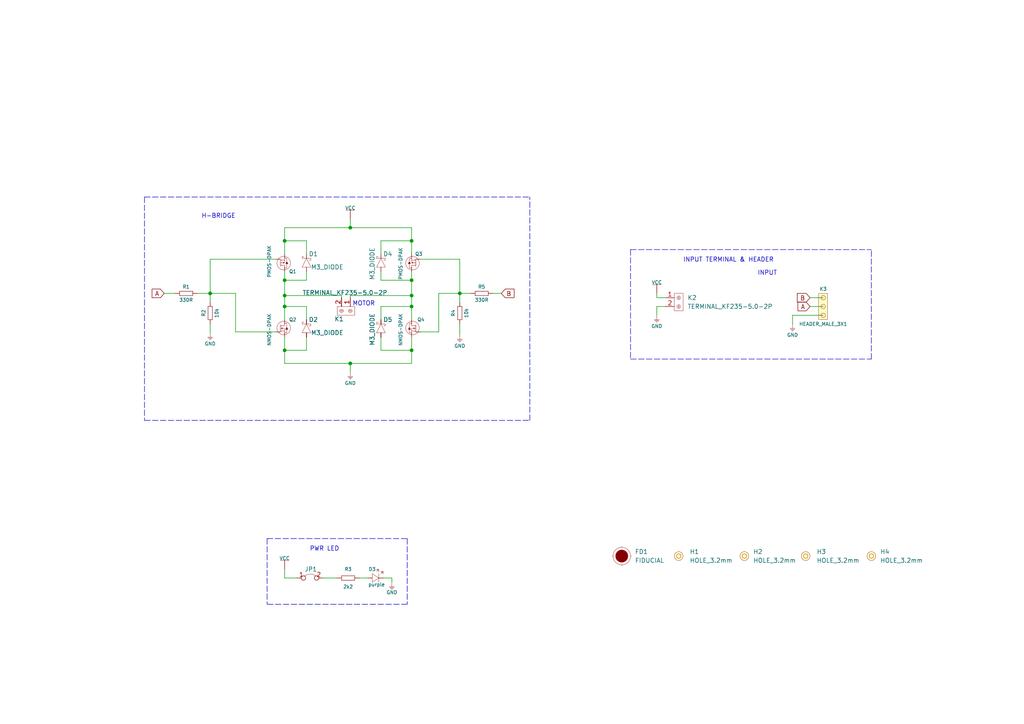
<source format=kicad_sch>
(kicad_sch (version 20210621) (generator eeschema)

  (uuid e0fecac2-6875-42bf-b43c-4412ba4763d1)

  (paper "A4")

  (lib_symbols
    (symbol "e-radionica.com schematics:0402LED" (pin_numbers hide) (pin_names (offset 0.254) hide) (in_bom yes) (on_board yes)
      (property "Reference" "D" (id 0) (at -0.635 2.54 0)
        (effects (font (size 1 1)))
      )
      (property "Value" "0402LED" (id 1) (at 0 -2.54 0)
        (effects (font (size 1 1)))
      )
      (property "Footprint" "e-radionica.com footprinti:0402LED" (id 2) (at 0 5.08 0)
        (effects (font (size 1 1)) hide)
      )
      (property "Datasheet" "" (id 3) (at 0 0 0)
        (effects (font (size 1 1)) hide)
      )
      (symbol "0402LED_0_1"
        (polyline
          (pts
            (xy -0.635 1.27)
            (xy 1.27 0)
          )
          (stroke (width 0.0006)) (fill (type none))
        )
        (polyline
          (pts
            (xy 0.635 1.905)
            (xy 1.27 2.54)
          )
          (stroke (width 0.0006)) (fill (type none))
        )
        (polyline
          (pts
            (xy 1.27 1.27)
            (xy 1.27 -1.27)
          )
          (stroke (width 0.0006)) (fill (type none))
        )
        (polyline
          (pts
            (xy 1.905 1.27)
            (xy 2.54 1.905)
          )
          (stroke (width 0.0006)) (fill (type none))
        )
        (polyline
          (pts
            (xy -0.635 1.27)
            (xy -0.635 -1.27)
            (xy 1.27 0)
          )
          (stroke (width 0.0006)) (fill (type none))
        )
        (polyline
          (pts
            (xy 1.27 2.54)
            (xy 0.635 2.54)
            (xy 1.27 1.905)
            (xy 1.27 2.54)
          )
          (stroke (width 0.0006)) (fill (type none))
        )
        (polyline
          (pts
            (xy 2.54 1.905)
            (xy 1.905 1.905)
            (xy 2.54 1.27)
            (xy 2.54 1.905)
          )
          (stroke (width 0.0006)) (fill (type none))
        )
      )
      (symbol "0402LED_1_1"
        (pin passive line (at -1.905 0 0) (length 1.27)
          (name "A" (effects (font (size 1.27 1.27))))
          (number "1" (effects (font (size 1.27 1.27))))
        )
        (pin passive line (at 2.54 0 180) (length 1.27)
          (name "K" (effects (font (size 1.27 1.27))))
          (number "2" (effects (font (size 1.27 1.27))))
        )
      )
    )
    (symbol "e-radionica.com schematics:0402R" (pin_numbers hide) (pin_names (offset 0.254)) (in_bom yes) (on_board yes)
      (property "Reference" "R" (id 0) (at -1.905 1.27 0)
        (effects (font (size 1 1)))
      )
      (property "Value" "0402R" (id 1) (at 0 -1.27 0)
        (effects (font (size 1 1)))
      )
      (property "Footprint" "e-radionica.com footprinti:0402R" (id 2) (at -2.54 1.905 0)
        (effects (font (size 1 1)) hide)
      )
      (property "Datasheet" "" (id 3) (at -2.54 1.905 0)
        (effects (font (size 1 1)) hide)
      )
      (symbol "0402R_0_1"
        (rectangle (start -1.905 -0.635) (end 1.905 -0.6604)
          (stroke (width 0.1)) (fill (type none))
        )
        (rectangle (start -1.905 0.635) (end -1.8796 -0.635)
          (stroke (width 0.1)) (fill (type none))
        )
        (rectangle (start -1.905 0.635) (end 1.905 0.6096)
          (stroke (width 0.1)) (fill (type none))
        )
        (rectangle (start 1.905 0.635) (end 1.9304 -0.635)
          (stroke (width 0.1)) (fill (type none))
        )
      )
      (symbol "0402R_1_1"
        (pin passive line (at -3.175 0 0) (length 1.27)
          (name "~" (effects (font (size 1.27 1.27))))
          (number "1" (effects (font (size 1.27 1.27))))
        )
        (pin passive line (at 3.175 0 180) (length 1.27)
          (name "~" (effects (font (size 1.27 1.27))))
          (number "2" (effects (font (size 1.27 1.27))))
        )
      )
    )
    (symbol "e-radionica.com schematics:0603R" (pin_numbers hide) (pin_names (offset 0.254)) (in_bom yes) (on_board yes)
      (property "Reference" "R" (id 0) (at -1.905 1.905 0)
        (effects (font (size 1 1)))
      )
      (property "Value" "0603R" (id 1) (at 0 -1.905 0)
        (effects (font (size 1 1)))
      )
      (property "Footprint" "e-radionica.com footprinti:0603R" (id 2) (at -0.635 1.905 0)
        (effects (font (size 1 1)) hide)
      )
      (property "Datasheet" "" (id 3) (at -0.635 1.905 0)
        (effects (font (size 1 1)) hide)
      )
      (symbol "0603R_0_1"
        (rectangle (start -1.905 -0.635) (end 1.905 -0.6604)
          (stroke (width 0.1)) (fill (type none))
        )
        (rectangle (start -1.905 0.635) (end -1.8796 -0.635)
          (stroke (width 0.1)) (fill (type none))
        )
        (rectangle (start -1.905 0.635) (end 1.905 0.6096)
          (stroke (width 0.1)) (fill (type none))
        )
        (rectangle (start 1.905 0.635) (end 1.9304 -0.635)
          (stroke (width 0.1)) (fill (type none))
        )
      )
      (symbol "0603R_1_1"
        (pin passive line (at -3.175 0 0) (length 1.27)
          (name "~" (effects (font (size 1.27 1.27))))
          (number "1" (effects (font (size 1.27 1.27))))
        )
        (pin passive line (at 3.175 0 180) (length 1.27)
          (name "~" (effects (font (size 1.27 1.27))))
          (number "2" (effects (font (size 1.27 1.27))))
        )
      )
    )
    (symbol "e-radionica.com schematics:FIDUCIAL" (in_bom no) (on_board yes)
      (property "Reference" "FD" (id 0) (at 0 3.81 0)
        (effects (font (size 1.27 1.27)))
      )
      (property "Value" "FIDUCIAL" (id 1) (at 0 -3.81 0)
        (effects (font (size 1.27 1.27)))
      )
      (property "Footprint" "e-radionica.com footprinti:FIDUCIAL_23" (id 2) (at 0.254 -5.334 0)
        (effects (font (size 1.27 1.27)) hide)
      )
      (property "Datasheet" "" (id 3) (at 0 0 0)
        (effects (font (size 1.27 1.27)) hide)
      )
      (symbol "FIDUCIAL_0_1"
        (circle (center 0 0) (radius 2.54) (stroke (width 0.0006)) (fill (type none)))
        (circle (center 0 0) (radius 1.7961) (stroke (width 0.001)) (fill (type outline)))
        (polyline
          (pts
            (xy -2.54 0)
            (xy -2.794 0)
          )
          (stroke (width 0.0006)) (fill (type none))
        )
        (polyline
          (pts
            (xy 0 -2.54)
            (xy 0 -2.794)
          )
          (stroke (width 0.0006)) (fill (type none))
        )
        (polyline
          (pts
            (xy 0 2.54)
            (xy 0 2.794)
          )
          (stroke (width 0.0006)) (fill (type none))
        )
        (polyline
          (pts
            (xy 2.54 0)
            (xy 2.794 0)
          )
          (stroke (width 0.0006)) (fill (type none))
        )
      )
    )
    (symbol "e-radionica.com schematics:GND" (power) (pin_names (offset 0)) (in_bom yes) (on_board yes)
      (property "Reference" "#PWR" (id 0) (at 4.445 0 0)
        (effects (font (size 1 1)) hide)
      )
      (property "Value" "GND" (id 1) (at 0 -2.921 0)
        (effects (font (size 1 1)))
      )
      (property "Footprint" "" (id 2) (at 4.445 3.81 0)
        (effects (font (size 1 1)) hide)
      )
      (property "Datasheet" "" (id 3) (at 4.445 3.81 0)
        (effects (font (size 1 1)) hide)
      )
      (property "ki_keywords" "power-flag" (id 4) (at 0 0 0)
        (effects (font (size 1.27 1.27)) hide)
      )
      (property "ki_description" "Power symbol creates a global label with name \"GND\"" (id 5) (at 0 0 0)
        (effects (font (size 1.27 1.27)) hide)
      )
      (symbol "GND_0_1"
        (polyline
          (pts
            (xy -0.762 -1.27)
            (xy 0.762 -1.27)
          )
          (stroke (width 0.0006)) (fill (type none))
        )
        (polyline
          (pts
            (xy -0.635 -1.524)
            (xy 0.635 -1.524)
          )
          (stroke (width 0.0006)) (fill (type none))
        )
        (polyline
          (pts
            (xy -0.381 -1.778)
            (xy 0.381 -1.778)
          )
          (stroke (width 0.0006)) (fill (type none))
        )
        (polyline
          (pts
            (xy -0.127 -2.032)
            (xy 0.127 -2.032)
          )
          (stroke (width 0.0006)) (fill (type none))
        )
        (polyline
          (pts
            (xy 0 0)
            (xy 0 -1.27)
          )
          (stroke (width 0.0006)) (fill (type none))
        )
      )
      (symbol "GND_1_1"
        (pin power_in line (at 0 0 270) (length 0) hide
          (name "GND" (effects (font (size 1.27 1.27))))
          (number "1" (effects (font (size 1.27 1.27))))
        )
      )
    )
    (symbol "e-radionica.com schematics:GND_3" (power) (pin_names (offset 0)) (in_bom yes) (on_board yes)
      (property "Reference" "#PWR" (id 0) (at 4.445 0 0)
        (effects (font (size 1 1)) hide)
      )
      (property "Value" "GND" (id 1) (at 0 -2.921 0)
        (effects (font (size 1 1)))
      )
      (property "Footprint" "" (id 2) (at 4.445 3.81 0)
        (effects (font (size 1 1)) hide)
      )
      (property "Datasheet" "" (id 3) (at 4.445 3.81 0)
        (effects (font (size 1 1)) hide)
      )
      (property "ki_keywords" "power-flag" (id 4) (at 0 0 0)
        (effects (font (size 1.27 1.27)) hide)
      )
      (property "ki_description" "Power symbol creates a global label with name \"+3V3\"" (id 5) (at 0 0 0)
        (effects (font (size 1.27 1.27)) hide)
      )
      (symbol "GND_3_0_1"
        (polyline
          (pts
            (xy -0.762 -1.27)
            (xy 0.762 -1.27)
          )
          (stroke (width 0.0006)) (fill (type none))
        )
        (polyline
          (pts
            (xy -0.635 -1.524)
            (xy 0.635 -1.524)
          )
          (stroke (width 0.0006)) (fill (type none))
        )
        (polyline
          (pts
            (xy -0.381 -1.778)
            (xy 0.381 -1.778)
          )
          (stroke (width 0.0006)) (fill (type none))
        )
        (polyline
          (pts
            (xy -0.127 -2.032)
            (xy 0.127 -2.032)
          )
          (stroke (width 0.0006)) (fill (type none))
        )
        (polyline
          (pts
            (xy 0 0)
            (xy 0 -1.27)
          )
          (stroke (width 0.0006)) (fill (type none))
        )
      )
      (symbol "GND_3_1_1"
        (pin power_in line (at 0 0 270) (length 0) hide
          (name "GND" (effects (font (size 1.27 1.27))))
          (number "1" (effects (font (size 1.27 1.27))))
        )
      )
    )
    (symbol "e-radionica.com schematics:HEADER_MALE_3X1" (pin_numbers hide) (pin_names hide) (in_bom yes) (on_board yes)
      (property "Reference" "K" (id 0) (at -0.635 5.08 0)
        (effects (font (size 1 1)))
      )
      (property "Value" "HEADER_MALE_3X1" (id 1) (at 0 -5.08 0)
        (effects (font (size 1 1)))
      )
      (property "Footprint" "e-radionica.com footprinti:HEADER_MALE_3X1" (id 2) (at 0 -7.62 0)
        (effects (font (size 1 1)) hide)
      )
      (property "Datasheet" "" (id 3) (at 0 -2.54 0)
        (effects (font (size 1 1)) hide)
      )
      (symbol "HEADER_MALE_3X1_0_1"
        (circle (center 0 -2.54) (radius 0.635) (stroke (width 0.0006)) (fill (type none)))
        (circle (center 0 0) (radius 0.635) (stroke (width 0.0006)) (fill (type none)))
        (circle (center 0 2.54) (radius 0.635) (stroke (width 0.0006)) (fill (type none)))
        (rectangle (start 1.27 -3.81) (end -1.27 3.81)
          (stroke (width 0.001)) (fill (type background))
        )
      )
      (symbol "HEADER_MALE_3X1_1_1"
        (pin passive line (at 0 -2.54 180) (length 0)
          (name "~" (effects (font (size 1 1))))
          (number "1" (effects (font (size 1 1))))
        )
        (pin passive line (at 0 0 180) (length 0)
          (name "~" (effects (font (size 1 1))))
          (number "2" (effects (font (size 1 1))))
        )
        (pin passive line (at 0 2.54 180) (length 0)
          (name "~" (effects (font (size 1 1))))
          (number "3" (effects (font (size 1 1))))
        )
      )
    )
    (symbol "e-radionica.com schematics:HOLE_3.2mm" (pin_numbers hide) (pin_names hide) (in_bom yes) (on_board yes)
      (property "Reference" "H" (id 0) (at 0 2.54 0)
        (effects (font (size 1.27 1.27)))
      )
      (property "Value" "HOLE_3.2mm" (id 1) (at 0 -2.54 0)
        (effects (font (size 1.27 1.27)))
      )
      (property "Footprint" "e-radionica.com footprinti:HOLE_3.2mm" (id 2) (at 0 0 0)
        (effects (font (size 1.27 1.27)) hide)
      )
      (property "Datasheet" "" (id 3) (at 0 0 0)
        (effects (font (size 1.27 1.27)) hide)
      )
      (symbol "HOLE_3.2mm_0_1"
        (circle (center 0 0) (radius 0.635) (stroke (width 0.0006)) (fill (type none)))
        (circle (center 0 0) (radius 1.27) (stroke (width 0.001)) (fill (type background)))
      )
    )
    (symbol "e-radionica.com schematics:M3_DIODE" (pin_numbers hide) (pin_names hide) (in_bom yes) (on_board yes)
      (property "Reference" "D" (id 0) (at 0 2.54 0)
        (effects (font (size 1.27 1.27)))
      )
      (property "Value" "M3_DIODE" (id 1) (at 0 -3.302 0)
        (effects (font (size 1.27 1.27)))
      )
      (property "Footprint" "e-radionica.com footprinti:DO-214_DIODE" (id 2) (at 0 -5.08 0)
        (effects (font (size 1.27 1.27)) hide)
      )
      (property "Datasheet" "" (id 3) (at 0 0 0)
        (effects (font (size 1.27 1.27)) hide)
      )
      (property "ki_keywords" "M3 DIODE DO-214 214" (id 4) (at 0 0 0)
        (effects (font (size 1.27 1.27)) hide)
      )
      (symbol "M3_DIODE_0_1"
        (polyline
          (pts
            (xy -1.27 1.27)
            (xy -1.27 -1.27)
            (xy 1.27 0)
            (xy -1.27 1.27)
          )
          (stroke (width 0.0006)) (fill (type none))
        )
        (polyline
          (pts
            (xy 1.27 1.27)
            (xy 1.27 -1.27)
            (xy 0.762 -1.27)
            (xy 0.762 -0.762)
          )
          (stroke (width 0.0006)) (fill (type none))
        )
        (polyline
          (pts
            (xy 1.27 1.27)
            (xy 1.778 1.27)
            (xy 1.778 0.762)
            (xy 1.778 1.016)
          )
          (stroke (width 0.0006)) (fill (type none))
        )
      )
      (symbol "M3_DIODE_1_1"
        (pin passive line (at -2.54 0 0) (length 1.27)
          (name "A" (effects (font (size 1 1))))
          (number "1" (effects (font (size 1 1))))
        )
        (pin passive line (at 2.54 0 180) (length 1.27)
          (name "K" (effects (font (size 1 1))))
          (number "2" (effects (font (size 1 1))))
        )
      )
    )
    (symbol "e-radionica.com schematics:NMOS-DPAK" (pin_numbers hide) (pin_names hide) (in_bom yes) (on_board yes)
      (property "Reference" "Q" (id 0) (at -1.143 2.921 0)
        (effects (font (size 1 1)))
      )
      (property "Value" "NMOS-DPAK" (id 1) (at 1.524 -3.937 0)
        (effects (font (size 1 1)))
      )
      (property "Footprint" "e-radionica.com footprinti:DPAK" (id 2) (at 0 -6.35 0)
        (effects (font (size 1 1)) hide)
      )
      (property "Datasheet" "" (id 3) (at 0 0 0)
        (effects (font (size 1 1)) hide)
      )
      (property "ki_keywords" "DPAK TO-252 252" (id 4) (at 0 0 0)
        (effects (font (size 1.27 1.27)) hide)
      )
      (property "ki_description" "Generic N-MOS DPAK" (id 5) (at 0 0 0)
        (effects (font (size 1.27 1.27)) hide)
      )
      (symbol "NMOS-DPAK_0_1"
        (circle (center 1.016 0.127) (radius 1.9716) (stroke (width 0.0006)) (fill (type none)))
        (polyline
          (pts
            (xy 0 -1.016)
            (xy 0 1.016)
          )
          (stroke (width 0.0006)) (fill (type none))
        )
        (polyline
          (pts
            (xy 0.254 -1.016)
            (xy 0.254 -0.508)
          )
          (stroke (width 0.0006)) (fill (type none))
        )
        (polyline
          (pts
            (xy 0.254 -0.762)
            (xy 1.27 -0.762)
          )
          (stroke (width 0.0006)) (fill (type none))
        )
        (polyline
          (pts
            (xy 0.254 -0.254)
            (xy 0.254 0.254)
          )
          (stroke (width 0.0006)) (fill (type none))
        )
        (polyline
          (pts
            (xy 0.254 0.762)
            (xy 1.27 0.762)
          )
          (stroke (width 0.0006)) (fill (type none))
        )
        (polyline
          (pts
            (xy 0.254 1.016)
            (xy 0.254 0.508)
          )
          (stroke (width 0.0006)) (fill (type none))
        )
        (polyline
          (pts
            (xy 1.27 -1.27)
            (xy 1.27 -0.762)
          )
          (stroke (width 0.0006)) (fill (type none))
        )
        (polyline
          (pts
            (xy 1.27 0.762)
            (xy 1.27 1.27)
          )
          (stroke (width 0.0006)) (fill (type none))
        )
        (polyline
          (pts
            (xy 1.651 -0.254)
            (xy 1.905 0.127)
          )
          (stroke (width 0.2)) (fill (type none))
        )
        (polyline
          (pts
            (xy 1.651 0.127)
            (xy 2.159 0.127)
          )
          (stroke (width 0.0006)) (fill (type none))
        )
        (polyline
          (pts
            (xy 0.254 0)
            (xy 1.27 0)
            (xy 1.27 -0.762)
          )
          (stroke (width 0.0006)) (fill (type none))
        )
        (polyline
          (pts
            (xy 1.651 -0.254)
            (xy 2.159 -0.254)
            (xy 1.905 0.127)
          )
          (stroke (width 0.2)) (fill (type none))
        )
        (polyline
          (pts
            (xy 0.381 0)
            (xy 0.635 0.254)
            (xy 0.635 -0.254)
            (xy 0.381 0)
          )
          (stroke (width 0.0006)) (fill (type none))
        )
        (polyline
          (pts
            (xy 1.27 -1.27)
            (xy 1.905 -1.27)
            (xy 1.905 1.524)
            (xy 1.27 1.524)
          )
          (stroke (width 0.0006)) (fill (type none))
        )
      )
      (symbol "NMOS-DPAK_1_1"
        (pin passive line (at -1.27 -1.016 0) (length 1.27)
          (name "G" (effects (font (size 1 1))))
          (number "1" (effects (font (size 1 1))))
        )
        (pin passive line (at 1.27 2.54 270) (length 1.27)
          (name "D" (effects (font (size 1 1))))
          (number "2" (effects (font (size 1 1))))
        )
        (pin passive line (at 1.27 -2.54 90) (length 1.27)
          (name "S" (effects (font (size 1 1))))
          (number "3" (effects (font (size 1 1))))
        )
      )
    )
    (symbol "e-radionica.com schematics:NMOS-DPAK_1" (pin_numbers hide) (pin_names hide) (in_bom yes) (on_board yes)
      (property "Reference" "Q" (id 0) (at -1.143 2.921 0)
        (effects (font (size 1 1)))
      )
      (property "Value" "NMOS-DPAK" (id 1) (at 1.524 -3.937 0)
        (effects (font (size 1 1)))
      )
      (property "Footprint" "e-radionica.com footprinti:DPAK" (id 2) (at 0 -6.35 0)
        (effects (font (size 1 1)) hide)
      )
      (property "Datasheet" "" (id 3) (at 0 0 0)
        (effects (font (size 1 1)) hide)
      )
      (property "ki_keywords" "DPAK TO-252 252" (id 4) (at 0 0 0)
        (effects (font (size 1.27 1.27)) hide)
      )
      (property "ki_description" "Generic N-MOS DPAK" (id 5) (at 0 0 0)
        (effects (font (size 1.27 1.27)) hide)
      )
      (symbol "NMOS-DPAK_1_0_1"
        (circle (center 1.016 0.127) (radius 1.9716) (stroke (width 0.0006)) (fill (type none)))
        (polyline
          (pts
            (xy 0 -1.016)
            (xy 0 1.016)
          )
          (stroke (width 0.0006)) (fill (type none))
        )
        (polyline
          (pts
            (xy 0.254 -1.016)
            (xy 0.254 -0.508)
          )
          (stroke (width 0.0006)) (fill (type none))
        )
        (polyline
          (pts
            (xy 0.254 -0.762)
            (xy 1.27 -0.762)
          )
          (stroke (width 0.0006)) (fill (type none))
        )
        (polyline
          (pts
            (xy 0.254 -0.254)
            (xy 0.254 0.254)
          )
          (stroke (width 0.0006)) (fill (type none))
        )
        (polyline
          (pts
            (xy 0.254 0.762)
            (xy 1.27 0.762)
          )
          (stroke (width 0.0006)) (fill (type none))
        )
        (polyline
          (pts
            (xy 0.254 1.016)
            (xy 0.254 0.508)
          )
          (stroke (width 0.0006)) (fill (type none))
        )
        (polyline
          (pts
            (xy 1.27 -1.27)
            (xy 1.27 -0.762)
          )
          (stroke (width 0.0006)) (fill (type none))
        )
        (polyline
          (pts
            (xy 1.27 0.762)
            (xy 1.27 1.27)
          )
          (stroke (width 0.0006)) (fill (type none))
        )
        (polyline
          (pts
            (xy 1.651 -0.254)
            (xy 1.905 0.127)
          )
          (stroke (width 0.2)) (fill (type none))
        )
        (polyline
          (pts
            (xy 1.651 0.127)
            (xy 2.159 0.127)
          )
          (stroke (width 0.0006)) (fill (type none))
        )
        (polyline
          (pts
            (xy 0.254 0)
            (xy 1.27 0)
            (xy 1.27 -0.762)
          )
          (stroke (width 0.0006)) (fill (type none))
        )
        (polyline
          (pts
            (xy 1.651 -0.254)
            (xy 2.159 -0.254)
            (xy 1.905 0.127)
          )
          (stroke (width 0.2)) (fill (type none))
        )
        (polyline
          (pts
            (xy 0.381 0)
            (xy 0.635 0.254)
            (xy 0.635 -0.254)
            (xy 0.381 0)
          )
          (stroke (width 0.0006)) (fill (type none))
        )
        (polyline
          (pts
            (xy 1.27 -1.27)
            (xy 1.905 -1.27)
            (xy 1.905 1.524)
            (xy 1.27 1.524)
          )
          (stroke (width 0.0006)) (fill (type none))
        )
      )
      (symbol "NMOS-DPAK_1_1_1"
        (pin passive line (at -1.27 -1.016 0) (length 1.27)
          (name "G" (effects (font (size 1 1))))
          (number "1" (effects (font (size 1 1))))
        )
        (pin passive line (at 1.27 2.54 270) (length 1.27)
          (name "D" (effects (font (size 1 1))))
          (number "2" (effects (font (size 1 1))))
        )
        (pin passive line (at 1.27 -2.54 90) (length 1.27)
          (name "S" (effects (font (size 1 1))))
          (number "3" (effects (font (size 1 1))))
        )
      )
    )
    (symbol "e-radionica.com schematics:PMOS-DPAK" (pin_numbers hide) (pin_names hide) (in_bom yes) (on_board yes)
      (property "Reference" "Q" (id 0) (at -0.762 3.302 0)
        (effects (font (size 1 1)))
      )
      (property "Value" "PMOS-DPAK" (id 1) (at 0.381 -4.064 0)
        (effects (font (size 1 1)))
      )
      (property "Footprint" "e-radionica.com footprinti:DPAK" (id 2) (at 0 -6.35 0)
        (effects (font (size 1 1)) hide)
      )
      (property "Datasheet" "" (id 3) (at 0 0 0)
        (effects (font (size 1 1)) hide)
      )
      (property "ki_keywords" "TO-252 252 DPAK" (id 4) (at 0 0 0)
        (effects (font (size 1.27 1.27)) hide)
      )
      (property "ki_description" "Generic PMOS DPAK" (id 5) (at 0 0 0)
        (effects (font (size 1.27 1.27)) hide)
      )
      (symbol "PMOS-DPAK_0_1"
        (circle (center 1.016 0.127) (radius 1.9716) (stroke (width 0.0006)) (fill (type none)))
        (polyline
          (pts
            (xy 0 -1.016)
            (xy 0 1.016)
          )
          (stroke (width 0.0006)) (fill (type none))
        )
        (polyline
          (pts
            (xy 0.254 -1.016)
            (xy 0.254 -0.508)
          )
          (stroke (width 0.0006)) (fill (type none))
        )
        (polyline
          (pts
            (xy 0.254 -0.762)
            (xy 1.27 -0.762)
          )
          (stroke (width 0.0006)) (fill (type none))
        )
        (polyline
          (pts
            (xy 0.254 -0.254)
            (xy 0.254 0.254)
          )
          (stroke (width 0.0006)) (fill (type none))
        )
        (polyline
          (pts
            (xy 0.254 0.762)
            (xy 1.27 0.762)
          )
          (stroke (width 0.0006)) (fill (type none))
        )
        (polyline
          (pts
            (xy 0.254 1.016)
            (xy 0.254 0.508)
          )
          (stroke (width 0.0006)) (fill (type none))
        )
        (polyline
          (pts
            (xy 1.27 -1.27)
            (xy 1.27 -0.762)
          )
          (stroke (width 0.0006)) (fill (type none))
        )
        (polyline
          (pts
            (xy 1.27 0.762)
            (xy 1.27 1.27)
          )
          (stroke (width 0.0006)) (fill (type none))
        )
        (polyline
          (pts
            (xy 2.159 -0.127)
            (xy 1.651 -0.127)
          )
          (stroke (width 0.0006)) (fill (type none))
        )
        (polyline
          (pts
            (xy 2.159 0.254)
            (xy 1.905 -0.127)
          )
          (stroke (width 0.2)) (fill (type none))
        )
        (polyline
          (pts
            (xy 0.254 0)
            (xy 1.27 0)
            (xy 1.27 -0.762)
          )
          (stroke (width 0.0006)) (fill (type none))
        )
        (polyline
          (pts
            (xy 2.159 0.254)
            (xy 1.651 0.254)
            (xy 1.905 -0.127)
          )
          (stroke (width 0.2)) (fill (type none))
        )
        (polyline
          (pts
            (xy 1.143 0)
            (xy 0.889 -0.254)
            (xy 0.889 0.254)
            (xy 1.143 0)
          )
          (stroke (width 0.0006)) (fill (type none))
        )
        (polyline
          (pts
            (xy 1.27 -1.27)
            (xy 1.905 -1.27)
            (xy 1.905 1.524)
            (xy 1.27 1.524)
          )
          (stroke (width 0.0006)) (fill (type none))
        )
      )
      (symbol "PMOS-DPAK_1_1"
        (pin passive line (at -1.27 -1.016 0) (length 1.27)
          (name "G" (effects (font (size 1 1))))
          (number "1" (effects (font (size 1 1))))
        )
        (pin passive line (at 1.27 2.54 270) (length 1.27)
          (name "D" (effects (font (size 1 1))))
          (number "2" (effects (font (size 1 1))))
        )
        (pin passive line (at 1.27 -2.54 90) (length 1.27)
          (name "S" (effects (font (size 1 1))))
          (number "3" (effects (font (size 1 1))))
        )
      )
    )
    (symbol "e-radionica.com schematics:SMD-JUMPER-CONNECTED_TRACE_SLODERMASK" (in_bom yes) (on_board yes)
      (property "Reference" "JP" (id 0) (at 0 3.556 0)
        (effects (font (size 1.27 1.27)))
      )
      (property "Value" "SMD-JUMPER-CONNECTED_TRACE_SLODERMASK" (id 1) (at 0 -2.54 0)
        (effects (font (size 1.27 1.27)))
      )
      (property "Footprint" "e-radionica.com footprinti:SMD-JUMPER-CONNECTED_TRACE_SLODERMASK" (id 2) (at 0 -5.715 0)
        (effects (font (size 1.27 1.27)) hide)
      )
      (property "Datasheet" "" (id 3) (at 0 0 0)
        (effects (font (size 1.27 1.27)) hide)
      )
      (symbol "SMD-JUMPER-CONNECTED_TRACE_SLODERMASK_0_1"
        (arc (start -1.8034 0.5588) (end 1.397 0.5842) (radius (at -0.1875 -1.4124) (length 2.5489) (angles 129.3 51.6))
          (stroke (width 0.0006)) (fill (type none))
        )
      )
      (symbol "SMD-JUMPER-CONNECTED_TRACE_SLODERMASK_1_1"
        (pin passive inverted (at -4.064 0 0) (length 2.54)
          (name "" (effects (font (size 1.27 1.27))))
          (number "1" (effects (font (size 1.27 1.27))))
        )
        (pin passive inverted (at 3.556 0 180) (length 2.54)
          (name "" (effects (font (size 1.27 1.27))))
          (number "2" (effects (font (size 1.27 1.27))))
        )
      )
    )
    (symbol "e-radionica.com schematics:TERMINAL_KF235-5.0-2P" (in_bom yes) (on_board yes)
      (property "Reference" "K" (id 0) (at 0 3.81 0)
        (effects (font (size 1.27 1.27)))
      )
      (property "Value" "TERMINAL_KF235-5.0-2P" (id 1) (at 0 -3.81 0)
        (effects (font (size 1.27 1.27)))
      )
      (property "Footprint" "e-radionica.com footprinti:TERMINAL_KF235-5.0-2P" (id 2) (at 0 0 0)
        (effects (font (size 1.27 1.27)) hide)
      )
      (property "Datasheet" "" (id 3) (at 0 0 0)
        (effects (font (size 1.27 1.27)) hide)
      )
      (symbol "TERMINAL_KF235-5.0-2P_0_1"
        (circle (center 0 -1.27) (radius 0.508) (stroke (width 0.0006)) (fill (type none)))
        (circle (center 0 1.27) (radius 0.508) (stroke (width 0.0006)) (fill (type none)))
        (rectangle (start -1.27 2.54) (end 1.27 -2.54)
          (stroke (width 0.0006)) (fill (type none))
        )
        (polyline
          (pts
            (xy -0.254 -1.27)
            (xy 0.254 -1.27)
          )
          (stroke (width 0.0006)) (fill (type none))
        )
        (polyline
          (pts
            (xy -0.254 1.27)
            (xy 0.254 1.27)
          )
          (stroke (width 0.0006)) (fill (type none))
        )
        (polyline
          (pts
            (xy 0 -0.762)
            (xy 0 -1.778)
          )
          (stroke (width 0.0006)) (fill (type none))
        )
        (polyline
          (pts
            (xy 0 1.778)
            (xy 0 0.762)
          )
          (stroke (width 0.0006)) (fill (type none))
        )
      )
      (symbol "TERMINAL_KF235-5.0-2P_1_1"
        (pin input line (at -3.81 1.27 0) (length 2.54)
          (name "~" (effects (font (size 1.27 1.27))))
          (number "1" (effects (font (size 1.27 1.27))))
        )
        (pin input line (at -3.81 -1.27 0) (length 2.54)
          (name "~" (effects (font (size 1.27 1.27))))
          (number "2" (effects (font (size 1.27 1.27))))
        )
      )
    )
    (symbol "e-radionica.com schematics:VCC" (power) (pin_names (offset 0)) (in_bom yes) (on_board yes)
      (property "Reference" "#PWR" (id 0) (at 4.445 0 0)
        (effects (font (size 1 1)) hide)
      )
      (property "Value" "VCC" (id 1) (at 0 3.556 0)
        (effects (font (size 1 1)))
      )
      (property "Footprint" "" (id 2) (at 4.445 3.81 0)
        (effects (font (size 1 1)) hide)
      )
      (property "Datasheet" "" (id 3) (at 4.445 3.81 0)
        (effects (font (size 1 1)) hide)
      )
      (property "ki_keywords" "power-flag" (id 4) (at 0 0 0)
        (effects (font (size 1.27 1.27)) hide)
      )
      (property "ki_description" "Power symbol creates a global label with name \"VCC\"" (id 5) (at 0 0 0)
        (effects (font (size 1.27 1.27)) hide)
      )
      (symbol "VCC_0_1"
        (polyline
          (pts
            (xy -1.27 2.54)
            (xy 1.27 2.54)
          )
          (stroke (width 0.0006)) (fill (type none))
        )
        (polyline
          (pts
            (xy 0 0)
            (xy 0 2.54)
          )
          (stroke (width 0)) (fill (type none))
        )
      )
      (symbol "VCC_1_1"
        (pin power_in line (at 0 0 90) (length 0) hide
          (name "VCC" (effects (font (size 1.27 1.27))))
          (number "1" (effects (font (size 1.27 1.27))))
        )
      )
    )
  )

  (junction (at 60.96 85.09) (diameter 0.9144) (color 0 0 0 0))
  (junction (at 82.55 69.85) (diameter 0.9144) (color 0 0 0 0))
  (junction (at 82.55 81.28) (diameter 0.9144) (color 0 0 0 0))
  (junction (at 82.55 85.725) (diameter 0.9144) (color 0 0 0 0))
  (junction (at 82.55 88.9) (diameter 0.9144) (color 0 0 0 0))
  (junction (at 82.55 101.6) (diameter 0.9144) (color 0 0 0 0))
  (junction (at 101.6 66.04) (diameter 0.9144) (color 0 0 0 0))
  (junction (at 101.6 105.41) (diameter 0.9144) (color 0 0 0 0))
  (junction (at 119.38 69.85) (diameter 0.9144) (color 0 0 0 0))
  (junction (at 119.38 81.28) (diameter 0.9144) (color 0 0 0 0))
  (junction (at 119.38 85.725) (diameter 0.9144) (color 0 0 0 0))
  (junction (at 119.38 88.9) (diameter 0.9144) (color 0 0 0 0))
  (junction (at 119.38 101.6) (diameter 0.9144) (color 0 0 0 0))
  (junction (at 133.35 85.09) (diameter 0.9144) (color 0 0 0 0))

  (wire (pts (xy 47.625 85.09) (xy 50.8 85.09))
    (stroke (width 0) (type solid) (color 0 0 0 0))
    (uuid 765e59bf-a41d-4274-8f65-105b8974669a)
  )
  (wire (pts (xy 57.15 85.09) (xy 60.96 85.09))
    (stroke (width 0) (type solid) (color 0 0 0 0))
    (uuid c6bd941b-3950-434e-b304-18c530c3cd2b)
  )
  (wire (pts (xy 60.96 75.184) (xy 60.96 85.09))
    (stroke (width 0) (type solid) (color 0 0 0 0))
    (uuid 3d742d1f-204c-43b9-86e8-a48f991e2f38)
  )
  (wire (pts (xy 60.96 85.09) (xy 60.96 87.63))
    (stroke (width 0) (type solid) (color 0 0 0 0))
    (uuid 26062407-b8ed-4c24-995f-8bc596c085c6)
  )
  (wire (pts (xy 60.96 93.98) (xy 60.96 96.52))
    (stroke (width 0) (type solid) (color 0 0 0 0))
    (uuid 958d728b-32fe-4281-9654-c7cdc68e2dd1)
  )
  (wire (pts (xy 68.326 85.09) (xy 60.96 85.09))
    (stroke (width 0) (type solid) (color 0 0 0 0))
    (uuid df24170e-5215-4582-9d72-9350b04a467b)
  )
  (wire (pts (xy 68.326 96.266) (xy 68.326 85.09))
    (stroke (width 0) (type solid) (color 0 0 0 0))
    (uuid df24170e-5215-4582-9d72-9350b04a467b)
  )
  (wire (pts (xy 80.01 75.184) (xy 60.96 75.184))
    (stroke (width 0) (type solid) (color 0 0 0 0))
    (uuid 3d742d1f-204c-43b9-86e8-a48f991e2f38)
  )
  (wire (pts (xy 80.01 96.266) (xy 68.326 96.266))
    (stroke (width 0) (type solid) (color 0 0 0 0))
    (uuid df24170e-5215-4582-9d72-9350b04a467b)
  )
  (wire (pts (xy 82.55 66.04) (xy 101.6 66.04))
    (stroke (width 0) (type solid) (color 0 0 0 0))
    (uuid c0fccd2c-1605-445c-bab1-984f8259b4eb)
  )
  (wire (pts (xy 82.55 69.85) (xy 82.55 66.04))
    (stroke (width 0) (type solid) (color 0 0 0 0))
    (uuid 9aa1d5d6-1776-4f70-9adf-fcb4bbd8e4b7)
  )
  (wire (pts (xy 82.55 73.66) (xy 82.55 69.85))
    (stroke (width 0) (type solid) (color 0 0 0 0))
    (uuid 9aa1d5d6-1776-4f70-9adf-fcb4bbd8e4b7)
  )
  (wire (pts (xy 82.55 78.74) (xy 82.55 81.28))
    (stroke (width 0) (type solid) (color 0 0 0 0))
    (uuid f378ecaf-ec27-448b-b4ce-b3ef79aa1ed4)
  )
  (wire (pts (xy 82.55 81.28) (xy 82.55 85.725))
    (stroke (width 0) (type solid) (color 0 0 0 0))
    (uuid f378ecaf-ec27-448b-b4ce-b3ef79aa1ed4)
  )
  (wire (pts (xy 82.55 85.725) (xy 82.55 88.9))
    (stroke (width 0) (type solid) (color 0 0 0 0))
    (uuid f378ecaf-ec27-448b-b4ce-b3ef79aa1ed4)
  )
  (wire (pts (xy 82.55 88.9) (xy 82.55 92.71))
    (stroke (width 0) (type solid) (color 0 0 0 0))
    (uuid f378ecaf-ec27-448b-b4ce-b3ef79aa1ed4)
  )
  (wire (pts (xy 82.55 101.6) (xy 82.55 97.79))
    (stroke (width 0) (type solid) (color 0 0 0 0))
    (uuid 8dbdf339-b300-49c0-863c-d4c73bb852d7)
  )
  (wire (pts (xy 82.55 105.41) (xy 82.55 101.6))
    (stroke (width 0) (type solid) (color 0 0 0 0))
    (uuid 34050bf5-6e22-436b-b621-883272822085)
  )
  (wire (pts (xy 82.55 167.64) (xy 82.55 165.1))
    (stroke (width 0) (type solid) (color 0 0 0 0))
    (uuid e967ad83-84af-4efb-bb70-c6af1bc114ab)
  )
  (wire (pts (xy 86.106 167.64) (xy 82.55 167.64))
    (stroke (width 0) (type solid) (color 0 0 0 0))
    (uuid 86281eac-a350-416e-abfd-b9505f5c621b)
  )
  (wire (pts (xy 88.9 69.85) (xy 82.55 69.85))
    (stroke (width 0) (type solid) (color 0 0 0 0))
    (uuid d80554bd-1434-4585-af5e-2b3412334911)
  )
  (wire (pts (xy 88.9 73.66) (xy 88.9 69.85))
    (stroke (width 0) (type solid) (color 0 0 0 0))
    (uuid d80554bd-1434-4585-af5e-2b3412334911)
  )
  (wire (pts (xy 88.9 78.74) (xy 88.9 81.28))
    (stroke (width 0) (type solid) (color 0 0 0 0))
    (uuid b9ffafeb-8e7d-41f6-a474-1e05306ff490)
  )
  (wire (pts (xy 88.9 81.28) (xy 82.55 81.28))
    (stroke (width 0) (type solid) (color 0 0 0 0))
    (uuid b9ffafeb-8e7d-41f6-a474-1e05306ff490)
  )
  (wire (pts (xy 88.9 88.9) (xy 82.55 88.9))
    (stroke (width 0) (type solid) (color 0 0 0 0))
    (uuid f8dbcc38-2cb6-4d85-9b1b-764bb6a3af8d)
  )
  (wire (pts (xy 88.9 92.71) (xy 88.9 88.9))
    (stroke (width 0) (type solid) (color 0 0 0 0))
    (uuid f8dbcc38-2cb6-4d85-9b1b-764bb6a3af8d)
  )
  (wire (pts (xy 88.9 97.79) (xy 88.9 101.6))
    (stroke (width 0) (type solid) (color 0 0 0 0))
    (uuid a18acc6a-462f-4761-8f13-4eaf32b14fda)
  )
  (wire (pts (xy 88.9 101.6) (xy 82.55 101.6))
    (stroke (width 0) (type solid) (color 0 0 0 0))
    (uuid 8dbdf339-b300-49c0-863c-d4c73bb852d7)
  )
  (wire (pts (xy 93.726 167.64) (xy 97.79 167.64))
    (stroke (width 0) (type solid) (color 0 0 0 0))
    (uuid 5c155ef3-04fc-4082-a531-e79cc0ce33c9)
  )
  (wire (pts (xy 99.06 85.725) (xy 82.55 85.725))
    (stroke (width 0) (type solid) (color 0 0 0 0))
    (uuid ad5e8bd2-e7c2-4144-bb6e-bf532697c6c1)
  )
  (wire (pts (xy 99.06 85.725) (xy 99.06 86.36))
    (stroke (width 0) (type solid) (color 0 0 0 0))
    (uuid f1c832fd-2047-48ae-811e-89f9c88bb0b1)
  )
  (wire (pts (xy 101.6 66.04) (xy 101.6 63.5))
    (stroke (width 0) (type solid) (color 0 0 0 0))
    (uuid 6e178d80-1aaf-4d47-b070-2234e90f3a04)
  )
  (wire (pts (xy 101.6 66.04) (xy 119.38 66.04))
    (stroke (width 0) (type solid) (color 0 0 0 0))
    (uuid 6e178d80-1aaf-4d47-b070-2234e90f3a04)
  )
  (wire (pts (xy 101.6 85.725) (xy 101.6 86.36))
    (stroke (width 0) (type solid) (color 0 0 0 0))
    (uuid 7a7ccfb4-1a45-417e-98fc-2d91949f74b6)
  )
  (wire (pts (xy 101.6 85.725) (xy 119.38 85.725))
    (stroke (width 0) (type solid) (color 0 0 0 0))
    (uuid a55ecf20-9766-4def-9876-8990d50dc35d)
  )
  (wire (pts (xy 101.6 105.41) (xy 82.55 105.41))
    (stroke (width 0) (type solid) (color 0 0 0 0))
    (uuid 34050bf5-6e22-436b-b621-883272822085)
  )
  (wire (pts (xy 101.6 107.95) (xy 101.6 105.41))
    (stroke (width 0) (type solid) (color 0 0 0 0))
    (uuid 34050bf5-6e22-436b-b621-883272822085)
  )
  (wire (pts (xy 104.14 167.64) (xy 106.68 167.64))
    (stroke (width 0) (type solid) (color 0 0 0 0))
    (uuid 61754d6a-e522-4b5d-9e52-52b42b8c3333)
  )
  (wire (pts (xy 110.49 69.85) (xy 119.38 69.85))
    (stroke (width 0) (type solid) (color 0 0 0 0))
    (uuid 579ed987-037c-4152-8042-959e9b356439)
  )
  (wire (pts (xy 110.49 73.66) (xy 110.49 69.85))
    (stroke (width 0) (type solid) (color 0 0 0 0))
    (uuid 579ed987-037c-4152-8042-959e9b356439)
  )
  (wire (pts (xy 110.49 78.74) (xy 110.49 81.28))
    (stroke (width 0) (type solid) (color 0 0 0 0))
    (uuid a464dc67-4ab5-404a-bf2c-8b531cc90d00)
  )
  (wire (pts (xy 110.49 81.28) (xy 119.38 81.28))
    (stroke (width 0) (type solid) (color 0 0 0 0))
    (uuid a464dc67-4ab5-404a-bf2c-8b531cc90d00)
  )
  (wire (pts (xy 110.49 88.9) (xy 119.38 88.9))
    (stroke (width 0) (type solid) (color 0 0 0 0))
    (uuid e6e25cdb-a186-4663-b330-d77566d3a074)
  )
  (wire (pts (xy 110.49 92.71) (xy 110.49 88.9))
    (stroke (width 0) (type solid) (color 0 0 0 0))
    (uuid e6e25cdb-a186-4663-b330-d77566d3a074)
  )
  (wire (pts (xy 110.49 97.79) (xy 110.49 101.6))
    (stroke (width 0) (type solid) (color 0 0 0 0))
    (uuid 3e802574-067b-4645-990e-7f5866290d36)
  )
  (wire (pts (xy 110.49 101.6) (xy 119.38 101.6))
    (stroke (width 0) (type solid) (color 0 0 0 0))
    (uuid 3e802574-067b-4645-990e-7f5866290d36)
  )
  (wire (pts (xy 113.665 167.64) (xy 111.125 167.64))
    (stroke (width 0) (type solid) (color 0 0 0 0))
    (uuid 562c485e-5a08-4197-aafd-e3bbad0d4a63)
  )
  (wire (pts (xy 113.665 167.64) (xy 113.665 168.91))
    (stroke (width 0) (type solid) (color 0 0 0 0))
    (uuid f14ba765-582c-41ae-8bdc-ffc4fbfd8419)
  )
  (wire (pts (xy 119.38 69.85) (xy 119.38 66.04))
    (stroke (width 0) (type solid) (color 0 0 0 0))
    (uuid 21b89040-151a-4dba-82e7-066b276d46e6)
  )
  (wire (pts (xy 119.38 73.66) (xy 119.38 69.85))
    (stroke (width 0) (type solid) (color 0 0 0 0))
    (uuid 21b89040-151a-4dba-82e7-066b276d46e6)
  )
  (wire (pts (xy 119.38 78.74) (xy 119.38 81.28))
    (stroke (width 0) (type solid) (color 0 0 0 0))
    (uuid fad3f7cf-feed-4c37-a9fe-3816e36c116f)
  )
  (wire (pts (xy 119.38 81.28) (xy 119.38 85.725))
    (stroke (width 0) (type solid) (color 0 0 0 0))
    (uuid fad3f7cf-feed-4c37-a9fe-3816e36c116f)
  )
  (wire (pts (xy 119.38 85.725) (xy 119.38 88.9))
    (stroke (width 0) (type solid) (color 0 0 0 0))
    (uuid fad3f7cf-feed-4c37-a9fe-3816e36c116f)
  )
  (wire (pts (xy 119.38 88.9) (xy 119.38 92.71))
    (stroke (width 0) (type solid) (color 0 0 0 0))
    (uuid fad3f7cf-feed-4c37-a9fe-3816e36c116f)
  )
  (wire (pts (xy 119.38 97.79) (xy 119.38 101.6))
    (stroke (width 0) (type solid) (color 0 0 0 0))
    (uuid 97fba517-1b4e-4306-899a-df42b1413bb2)
  )
  (wire (pts (xy 119.38 101.6) (xy 119.38 105.41))
    (stroke (width 0) (type solid) (color 0 0 0 0))
    (uuid 97fba517-1b4e-4306-899a-df42b1413bb2)
  )
  (wire (pts (xy 119.38 105.41) (xy 101.6 105.41))
    (stroke (width 0) (type solid) (color 0 0 0 0))
    (uuid 97fba517-1b4e-4306-899a-df42b1413bb2)
  )
  (wire (pts (xy 121.92 75.184) (xy 133.35 75.184))
    (stroke (width 0) (type solid) (color 0 0 0 0))
    (uuid 8e76c340-0f7e-462d-8c1f-8a2aa457a689)
  )
  (wire (pts (xy 121.92 96.266) (xy 127.254 96.266))
    (stroke (width 0) (type solid) (color 0 0 0 0))
    (uuid 46ef6dc2-5060-4b83-ad3b-6bef8cb56f07)
  )
  (wire (pts (xy 127.254 85.09) (xy 133.35 85.09))
    (stroke (width 0) (type solid) (color 0 0 0 0))
    (uuid 46ef6dc2-5060-4b83-ad3b-6bef8cb56f07)
  )
  (wire (pts (xy 127.254 96.266) (xy 127.254 85.09))
    (stroke (width 0) (type solid) (color 0 0 0 0))
    (uuid 46ef6dc2-5060-4b83-ad3b-6bef8cb56f07)
  )
  (wire (pts (xy 133.35 75.184) (xy 133.35 85.09))
    (stroke (width 0) (type solid) (color 0 0 0 0))
    (uuid 8e76c340-0f7e-462d-8c1f-8a2aa457a689)
  )
  (wire (pts (xy 133.35 85.09) (xy 133.35 87.63))
    (stroke (width 0) (type solid) (color 0 0 0 0))
    (uuid 00601c05-36fa-4534-8823-52a2f1bb2408)
  )
  (wire (pts (xy 133.35 93.98) (xy 133.35 97.155))
    (stroke (width 0) (type solid) (color 0 0 0 0))
    (uuid ea97fd11-057e-42f4-beae-dcc39f1bf63b)
  )
  (wire (pts (xy 136.525 85.09) (xy 133.35 85.09))
    (stroke (width 0) (type solid) (color 0 0 0 0))
    (uuid 00601c05-36fa-4534-8823-52a2f1bb2408)
  )
  (wire (pts (xy 142.875 85.09) (xy 145.415 85.09))
    (stroke (width 0) (type solid) (color 0 0 0 0))
    (uuid 0bca929b-f29a-4c7e-aa32-bac5e0e0a92d)
  )
  (wire (pts (xy 190.5 86.36) (xy 190.5 85.09))
    (stroke (width 0) (type solid) (color 0 0 0 0))
    (uuid e7fa738d-e305-4d8d-bcea-211d0b5e6f42)
  )
  (wire (pts (xy 190.5 88.9) (xy 190.5 91.44))
    (stroke (width 0) (type solid) (color 0 0 0 0))
    (uuid 0c5d97dd-3feb-4d6c-bafb-b8f0cc554cfd)
  )
  (wire (pts (xy 193.04 86.36) (xy 190.5 86.36))
    (stroke (width 0) (type solid) (color 0 0 0 0))
    (uuid e7fa738d-e305-4d8d-bcea-211d0b5e6f42)
  )
  (wire (pts (xy 193.04 88.9) (xy 190.5 88.9))
    (stroke (width 0) (type solid) (color 0 0 0 0))
    (uuid 0c5d97dd-3feb-4d6c-bafb-b8f0cc554cfd)
  )
  (wire (pts (xy 229.87 91.44) (xy 229.87 93.98))
    (stroke (width 0) (type solid) (color 0 0 0 0))
    (uuid 85d11e2f-00c3-4b20-83f1-48be9f8bf3c2)
  )
  (wire (pts (xy 234.95 86.36) (xy 238.76 86.36))
    (stroke (width 0) (type solid) (color 0 0 0 0))
    (uuid b1f357a9-8f54-4777-ad04-afa534f32673)
  )
  (wire (pts (xy 234.95 88.9) (xy 238.76 88.9))
    (stroke (width 0) (type solid) (color 0 0 0 0))
    (uuid 434e9bce-3160-423b-93e6-fa52815c7bf1)
  )
  (wire (pts (xy 238.76 91.44) (xy 229.87 91.44))
    (stroke (width 0) (type solid) (color 0 0 0 0))
    (uuid 85d11e2f-00c3-4b20-83f1-48be9f8bf3c2)
  )
  (polyline (pts (xy 41.91 57.15) (xy 41.91 121.92))
    (stroke (width 0) (type dash) (color 0 0 0 0))
    (uuid 3dcca16b-b704-45d0-8885-923efeba529e)
  )
  (polyline (pts (xy 41.91 57.15) (xy 153.67 57.15))
    (stroke (width 0) (type dash) (color 0 0 0 0))
    (uuid 3dcca16b-b704-45d0-8885-923efeba529e)
  )
  (polyline (pts (xy 41.91 121.92) (xy 153.67 121.92))
    (stroke (width 0) (type dash) (color 0 0 0 0))
    (uuid 3dcca16b-b704-45d0-8885-923efeba529e)
  )
  (polyline (pts (xy 77.47 156.21) (xy 77.47 175.26))
    (stroke (width 0) (type dash) (color 0 0 0 0))
    (uuid 82040282-c11e-4d1f-a0c1-76fb21d79e0d)
  )
  (polyline (pts (xy 77.47 156.21) (xy 118.11 156.21))
    (stroke (width 0) (type dash) (color 0 0 0 0))
    (uuid ff0dc7c6-f36e-44c7-8fc2-fe8f2244787f)
  )
  (polyline (pts (xy 118.11 156.21) (xy 118.11 175.26))
    (stroke (width 0) (type dash) (color 0 0 0 0))
    (uuid 69bcb9bb-510f-409a-8e99-ca1510ac0052)
  )
  (polyline (pts (xy 118.11 175.26) (xy 77.47 175.26))
    (stroke (width 0) (type dash) (color 0 0 0 0))
    (uuid 227f535b-30d8-411e-9d5b-fabed1f4b68f)
  )
  (polyline (pts (xy 153.67 121.92) (xy 153.67 57.15))
    (stroke (width 0) (type dash) (color 0 0 0 0))
    (uuid 3dcca16b-b704-45d0-8885-923efeba529e)
  )
  (polyline (pts (xy 182.88 72.39) (xy 182.88 104.14))
    (stroke (width 0) (type dash) (color 0 0 0 0))
    (uuid 1fc5a551-8b5c-4036-a0d0-e99ad872cbaf)
  )
  (polyline (pts (xy 182.88 72.39) (xy 252.73 72.39))
    (stroke (width 0) (type dash) (color 0 0 0 0))
    (uuid 1fc5a551-8b5c-4036-a0d0-e99ad872cbaf)
  )
  (polyline (pts (xy 182.88 104.14) (xy 252.73 104.14))
    (stroke (width 0) (type dash) (color 0 0 0 0))
    (uuid 1fc5a551-8b5c-4036-a0d0-e99ad872cbaf)
  )
  (polyline (pts (xy 252.73 104.14) (xy 252.73 72.39))
    (stroke (width 0) (type dash) (color 0 0 0 0))
    (uuid 1fc5a551-8b5c-4036-a0d0-e99ad872cbaf)
  )

  (text "H-BRIDGE" (at 58.42 63.5 0)
    (effects (font (size 1.27 1.27)) (justify left bottom))
    (uuid 0cc6ca6a-7590-4159-9772-6ece3fe7b9c2)
  )
  (text "PWR LED" (at 98.425 160.02 180)
    (effects (font (size 1.27 1.27)) (justify right bottom))
    (uuid 49054b73-67fa-4820-a37a-45f7cc9f3e3a)
  )
  (text "MOTOR" (at 102.235 88.9 0)
    (effects (font (size 1.27 1.27)) (justify left bottom))
    (uuid 6f1674a2-b377-4f4b-9804-272fb8ab56d6)
  )
  (text "INPUT TERMINAL & HEADER" (at 198.12 76.2 0)
    (effects (font (size 1.27 1.27)) (justify left bottom))
    (uuid b58bd5cd-5242-49b4-be34-32b400628447)
  )
  (text "INPUT" (at 219.71 80.01 0)
    (effects (font (size 1.27 1.27)) (justify left bottom))
    (uuid fc7a8ca8-fe66-4057-afe5-dcef21fda3a9)
  )

  (global_label "A" (shape input) (at 47.625 85.09 180) (fields_autoplaced)
    (effects (font (size 1.27 1.27)) (justify right))
    (uuid b98298ba-ff5f-4d9f-a97c-57c7254d1903)
    (property "Intersheet References" "${INTERSHEET_REFS}" (id 0) (at 44.1233 85.0106 0)
      (effects (font (size 1.27 1.27)) (justify right) hide)
    )
  )
  (global_label "B" (shape input) (at 145.415 85.09 0) (fields_autoplaced)
    (effects (font (size 1.27 1.27)) (justify left))
    (uuid 1c0f177c-56dd-491c-b429-6ae80f403e8c)
    (property "Intersheet References" "${INTERSHEET_REFS}" (id 0) (at 149.0981 85.0106 0)
      (effects (font (size 1.27 1.27)) (justify left) hide)
    )
  )
  (global_label "B" (shape input) (at 234.95 86.36 180) (fields_autoplaced)
    (effects (font (size 1.27 1.27)) (justify right))
    (uuid eb31566f-3ca6-447b-b2e7-c1ba2da902b6)
    (property "Intersheet References" "${INTERSHEET_REFS}" (id 0) (at 231.2669 86.2806 0)
      (effects (font (size 1.27 1.27)) (justify right) hide)
    )
  )
  (global_label "A" (shape input) (at 234.95 88.9 180) (fields_autoplaced)
    (effects (font (size 1.27 1.27)) (justify right))
    (uuid 8045b443-7267-4d2c-a730-6ba6f4c7edc6)
    (property "Intersheet References" "${INTERSHEET_REFS}" (id 0) (at 231.4483 88.8206 0)
      (effects (font (size 1.27 1.27)) (justify right) hide)
    )
  )

  (symbol (lib_id "e-radionica.com schematics:GND") (at 60.96 96.52 0) (unit 1)
    (in_bom yes) (on_board yes)
    (uuid 55fb87d0-9a36-4689-be4d-68625663297f)
    (property "Reference" "#PWR01" (id 0) (at 65.405 96.52 0)
      (effects (font (size 1 1)) hide)
    )
    (property "Value" "GND" (id 1) (at 60.96 99.695 0)
      (effects (font (size 1 1)))
    )
    (property "Footprint" "" (id 2) (at 65.405 92.71 0)
      (effects (font (size 1 1)) hide)
    )
    (property "Datasheet" "" (id 3) (at 65.405 92.71 0)
      (effects (font (size 1 1)) hide)
    )
    (pin "1" (uuid 73e0becb-d71d-4fcf-b1b4-f28b52439a3a))
  )

  (symbol (lib_id "e-radionica.com schematics:GND") (at 101.6 107.95 0) (unit 1)
    (in_bom yes) (on_board yes)
    (uuid 011a5fa3-aedb-4a82-972c-0e23ba6cbfdf)
    (property "Reference" "#PWR04" (id 0) (at 106.045 107.95 0)
      (effects (font (size 1 1)) hide)
    )
    (property "Value" "GND" (id 1) (at 101.6 111.125 0)
      (effects (font (size 1 1)))
    )
    (property "Footprint" "" (id 2) (at 106.045 104.14 0)
      (effects (font (size 1 1)) hide)
    )
    (property "Datasheet" "" (id 3) (at 106.045 104.14 0)
      (effects (font (size 1 1)) hide)
    )
    (pin "1" (uuid b46dd929-e007-49a9-a86e-ecc1e4e90f60))
  )

  (symbol (lib_name "e-radionica.com schematics:GND_3") (lib_id "e-radionica.com schematics:GND") (at 113.665 168.91 0) (unit 1)
    (in_bom yes) (on_board yes)
    (uuid 95bda410-ed76-4713-8e79-fb774d77b68b)
    (property "Reference" "#PWR05" (id 0) (at 118.11 168.91 0)
      (effects (font (size 1 1)) hide)
    )
    (property "Value" "GND" (id 1) (at 113.665 171.831 0)
      (effects (font (size 1 1)))
    )
    (property "Footprint" "" (id 2) (at 118.11 165.1 0)
      (effects (font (size 1 1)) hide)
    )
    (property "Datasheet" "" (id 3) (at 118.11 165.1 0)
      (effects (font (size 1 1)) hide)
    )
    (pin "1" (uuid ba76ff90-529a-42aa-892b-2eb1e3762371))
  )

  (symbol (lib_id "e-radionica.com schematics:GND") (at 133.35 97.155 0) (unit 1)
    (in_bom yes) (on_board yes)
    (uuid 6491aa32-1131-4894-b1da-aa6ed05e958e)
    (property "Reference" "#PWR06" (id 0) (at 137.795 97.155 0)
      (effects (font (size 1 1)) hide)
    )
    (property "Value" "GND" (id 1) (at 133.35 100.33 0)
      (effects (font (size 1 1)))
    )
    (property "Footprint" "" (id 2) (at 137.795 93.345 0)
      (effects (font (size 1 1)) hide)
    )
    (property "Datasheet" "" (id 3) (at 137.795 93.345 0)
      (effects (font (size 1 1)) hide)
    )
    (pin "1" (uuid 268234f9-1272-49de-be46-69524d68c139))
  )

  (symbol (lib_id "e-radionica.com schematics:GND") (at 190.5 91.44 0) (unit 1)
    (in_bom yes) (on_board yes)
    (uuid 7f9b2668-8589-4914-9a4b-6e3b2e890984)
    (property "Reference" "#PWR08" (id 0) (at 194.945 91.44 0)
      (effects (font (size 1 1)) hide)
    )
    (property "Value" "GND" (id 1) (at 190.5 94.615 0)
      (effects (font (size 1 1)))
    )
    (property "Footprint" "" (id 2) (at 194.945 87.63 0)
      (effects (font (size 1 1)) hide)
    )
    (property "Datasheet" "" (id 3) (at 194.945 87.63 0)
      (effects (font (size 1 1)) hide)
    )
    (pin "1" (uuid 2ab8a187-b372-4389-a0c8-0779798d97ae))
  )

  (symbol (lib_id "e-radionica.com schematics:GND") (at 229.87 93.98 0) (unit 1)
    (in_bom yes) (on_board yes)
    (uuid 1407bded-3c47-4f1e-af3c-d97157e8a74f)
    (property "Reference" "#PWR09" (id 0) (at 234.315 93.98 0)
      (effects (font (size 1 1)) hide)
    )
    (property "Value" "GND" (id 1) (at 229.87 97.155 0)
      (effects (font (size 1 1)))
    )
    (property "Footprint" "" (id 2) (at 234.315 90.17 0)
      (effects (font (size 1 1)) hide)
    )
    (property "Datasheet" "" (id 3) (at 234.315 90.17 0)
      (effects (font (size 1 1)) hide)
    )
    (pin "1" (uuid fda09c43-e0b4-4477-90fd-0a2e264deb35))
  )

  (symbol (lib_id "e-radionica.com schematics:HOLE_3.2mm") (at 196.85 161.29 0) (unit 1)
    (in_bom yes) (on_board yes) (fields_autoplaced)
    (uuid fa6001ca-7dde-4ef1-9a3e-81a4121efc0e)
    (property "Reference" "H1" (id 0) (at 200.025 160.0199 0)
      (effects (font (size 1.27 1.27)) (justify left))
    )
    (property "Value" "HOLE_3.2mm" (id 1) (at 200.025 162.5599 0)
      (effects (font (size 1.27 1.27)) (justify left))
    )
    (property "Footprint" "e-radionica.com footprinti:HOLE_3.2mm" (id 2) (at 196.85 161.29 0)
      (effects (font (size 1.27 1.27)) hide)
    )
    (property "Datasheet" "" (id 3) (at 196.85 161.29 0)
      (effects (font (size 1.27 1.27)) hide)
    )
  )

  (symbol (lib_id "e-radionica.com schematics:HOLE_3.2mm") (at 215.9 161.29 0) (unit 1)
    (in_bom yes) (on_board yes) (fields_autoplaced)
    (uuid b8a336fd-ef63-4db2-b270-c0776e1f90f0)
    (property "Reference" "H2" (id 0) (at 218.44 160.0199 0)
      (effects (font (size 1.27 1.27)) (justify left))
    )
    (property "Value" "HOLE_3.2mm" (id 1) (at 218.44 162.5599 0)
      (effects (font (size 1.27 1.27)) (justify left))
    )
    (property "Footprint" "e-radionica.com footprinti:HOLE_3.2mm" (id 2) (at 215.9 161.29 0)
      (effects (font (size 1.27 1.27)) hide)
    )
    (property "Datasheet" "" (id 3) (at 215.9 161.29 0)
      (effects (font (size 1.27 1.27)) hide)
    )
  )

  (symbol (lib_id "e-radionica.com schematics:HOLE_3.2mm") (at 233.68 161.29 0) (unit 1)
    (in_bom yes) (on_board yes) (fields_autoplaced)
    (uuid 4a0759cf-e633-4211-be95-eaeab36f0ca1)
    (property "Reference" "H3" (id 0) (at 236.855 160.0199 0)
      (effects (font (size 1.27 1.27)) (justify left))
    )
    (property "Value" "HOLE_3.2mm" (id 1) (at 236.855 162.5599 0)
      (effects (font (size 1.27 1.27)) (justify left))
    )
    (property "Footprint" "e-radionica.com footprinti:HOLE_3.2mm" (id 2) (at 233.68 161.29 0)
      (effects (font (size 1.27 1.27)) hide)
    )
    (property "Datasheet" "" (id 3) (at 233.68 161.29 0)
      (effects (font (size 1.27 1.27)) hide)
    )
  )

  (symbol (lib_id "e-radionica.com schematics:HOLE_3.2mm") (at 252.73 161.29 0) (unit 1)
    (in_bom yes) (on_board yes) (fields_autoplaced)
    (uuid 179f550e-fa1f-4980-9434-98a29c85971d)
    (property "Reference" "H4" (id 0) (at 255.27 160.0199 0)
      (effects (font (size 1.27 1.27)) (justify left))
    )
    (property "Value" "HOLE_3.2mm" (id 1) (at 255.27 162.5599 0)
      (effects (font (size 1.27 1.27)) (justify left))
    )
    (property "Footprint" "e-radionica.com footprinti:HOLE_3.2mm" (id 2) (at 252.73 161.29 0)
      (effects (font (size 1.27 1.27)) hide)
    )
    (property "Datasheet" "" (id 3) (at 252.73 161.29 0)
      (effects (font (size 1.27 1.27)) hide)
    )
  )

  (symbol (lib_id "e-radionica.com schematics:VCC") (at 82.55 165.1 0) (unit 1)
    (in_bom yes) (on_board yes)
    (uuid 28119fac-be57-4d64-a1d1-3ce8a7638045)
    (property "Reference" "#PWR02" (id 0) (at 86.995 165.1 0)
      (effects (font (size 1 1)) hide)
    )
    (property "Value" "VCC" (id 1) (at 82.55 161.925 0)
      (effects (font (size 1 1)))
    )
    (property "Footprint" "" (id 2) (at 86.995 161.29 0)
      (effects (font (size 1 1)) hide)
    )
    (property "Datasheet" "" (id 3) (at 86.995 161.29 0)
      (effects (font (size 1 1)) hide)
    )
    (pin "1" (uuid 59d41feb-924a-474b-9666-f8534bdc706f))
  )

  (symbol (lib_id "e-radionica.com schematics:VCC") (at 101.6 63.5 0) (unit 1)
    (in_bom yes) (on_board yes)
    (uuid 02853470-ee50-4837-b60a-41af59fac106)
    (property "Reference" "#PWR03" (id 0) (at 106.045 63.5 0)
      (effects (font (size 1 1)) hide)
    )
    (property "Value" "VCC" (id 1) (at 101.6 60.325 0)
      (effects (font (size 1 1)))
    )
    (property "Footprint" "" (id 2) (at 106.045 59.69 0)
      (effects (font (size 1 1)) hide)
    )
    (property "Datasheet" "" (id 3) (at 106.045 59.69 0)
      (effects (font (size 1 1)) hide)
    )
    (pin "1" (uuid ab430f7a-d6e7-4aca-8b75-bb864bcc4db9))
  )

  (symbol (lib_id "e-radionica.com schematics:VCC") (at 190.5 85.09 0) (unit 1)
    (in_bom yes) (on_board yes)
    (uuid fb587979-2c4b-424e-9885-a175327ec251)
    (property "Reference" "#PWR07" (id 0) (at 194.945 85.09 0)
      (effects (font (size 1 1)) hide)
    )
    (property "Value" "VCC" (id 1) (at 190.5 81.915 0)
      (effects (font (size 1 1)))
    )
    (property "Footprint" "" (id 2) (at 194.945 81.28 0)
      (effects (font (size 1 1)) hide)
    )
    (property "Datasheet" "" (id 3) (at 194.945 81.28 0)
      (effects (font (size 1 1)) hide)
    )
    (pin "1" (uuid 847ab4f1-b65f-4f22-9209-452a745acaca))
  )

  (symbol (lib_id "e-radionica.com schematics:0603R") (at 53.975 85.09 0) (unit 1)
    (in_bom yes) (on_board yes)
    (uuid b5320201-7980-45f4-a763-5a576d52c9e8)
    (property "Reference" "R1" (id 0) (at 53.975 83.185 0)
      (effects (font (size 1 1)))
    )
    (property "Value" "330R" (id 1) (at 53.975 86.995 0)
      (effects (font (size 1 1)))
    )
    (property "Footprint" "e-radionica.com footprinti:0603R" (id 2) (at 53.34 83.185 0)
      (effects (font (size 1 1)) hide)
    )
    (property "Datasheet" "" (id 3) (at 53.34 83.185 0)
      (effects (font (size 1 1)) hide)
    )
    (pin "1" (uuid 809c51af-f91a-47ee-be7c-99f581f35843))
    (pin "2" (uuid 1af65019-d136-440c-9091-ddfea0b1ffef))
  )

  (symbol (lib_id "e-radionica.com schematics:0603R") (at 60.96 90.805 90) (unit 1)
    (in_bom yes) (on_board yes)
    (uuid ed059002-96d2-41b9-adaf-8acd50c4fc1f)
    (property "Reference" "R2" (id 0) (at 59.055 90.805 0)
      (effects (font (size 1 1)))
    )
    (property "Value" "10k" (id 1) (at 62.865 90.805 0)
      (effects (font (size 1 1)))
    )
    (property "Footprint" "e-radionica.com footprinti:0603R" (id 2) (at 59.055 91.44 0)
      (effects (font (size 1 1)) hide)
    )
    (property "Datasheet" "" (id 3) (at 59.055 91.44 0)
      (effects (font (size 1 1)) hide)
    )
    (pin "1" (uuid 4969fa92-589f-447c-b8c5-0ea704d3cf3f))
    (pin "2" (uuid c1dce55d-b1ed-415d-830e-e9ae6b6750ab))
  )

  (symbol (lib_id "e-radionica.com schematics:0402R") (at 100.965 167.64 0) (unit 1)
    (in_bom yes) (on_board yes)
    (uuid 8cefba9a-0371-410f-aad0-5e4f10439cb7)
    (property "Reference" "R3" (id 0) (at 100.965 165.1 0)
      (effects (font (size 1 1)))
    )
    (property "Value" "2k2" (id 1) (at 100.965 170.18 0)
      (effects (font (size 1 1)))
    )
    (property "Footprint" "e-radionica.com footprinti:0402R" (id 2) (at 98.425 165.735 0)
      (effects (font (size 1 1)) hide)
    )
    (property "Datasheet" "" (id 3) (at 98.425 165.735 0)
      (effects (font (size 1 1)) hide)
    )
    (pin "1" (uuid 513924c7-31df-4a37-b26b-f8e275c95cbb))
    (pin "2" (uuid e94c8b8d-18a7-474f-9a7d-7aac7b2b4d1e))
  )

  (symbol (lib_id "e-radionica.com schematics:0603R") (at 133.35 90.805 90) (unit 1)
    (in_bom yes) (on_board yes)
    (uuid 68642287-e36a-4d5e-beed-f23f27d553b0)
    (property "Reference" "R4" (id 0) (at 131.445 90.805 0)
      (effects (font (size 1 1)))
    )
    (property "Value" "10k" (id 1) (at 135.255 90.805 0)
      (effects (font (size 1 1)))
    )
    (property "Footprint" "e-radionica.com footprinti:0603R" (id 2) (at 131.445 91.44 0)
      (effects (font (size 1 1)) hide)
    )
    (property "Datasheet" "" (id 3) (at 131.445 91.44 0)
      (effects (font (size 1 1)) hide)
    )
    (pin "1" (uuid 78f74979-22d5-4817-ad7a-f75757fbf217))
    (pin "2" (uuid c6f3d571-b15e-4dc8-8587-2192d67f671c))
  )

  (symbol (lib_id "e-radionica.com schematics:0603R") (at 139.7 85.09 0) (unit 1)
    (in_bom yes) (on_board yes)
    (uuid d2d393b9-5bdd-48bf-a566-5afb5b035ef1)
    (property "Reference" "R5" (id 0) (at 139.7 83.185 0)
      (effects (font (size 1 1)))
    )
    (property "Value" "330R" (id 1) (at 139.7 86.995 0)
      (effects (font (size 1 1)))
    )
    (property "Footprint" "e-radionica.com footprinti:0603R" (id 2) (at 139.065 83.185 0)
      (effects (font (size 1 1)) hide)
    )
    (property "Datasheet" "" (id 3) (at 139.065 83.185 0)
      (effects (font (size 1 1)) hide)
    )
    (pin "1" (uuid 9734ef1e-f30d-46bd-bfee-d6f4145b450c))
    (pin "2" (uuid ca90d1a9-43d5-4839-a9a0-389805912c25))
  )

  (symbol (lib_id "e-radionica.com schematics:M3_DIODE") (at 88.9 76.2 90) (unit 1)
    (in_bom yes) (on_board yes)
    (uuid 8b43273b-6ac1-4ea0-bf35-6877f867e69b)
    (property "Reference" "D1" (id 0) (at 89.535 73.6599 90)
      (effects (font (size 1.27 1.27)) (justify right))
    )
    (property "Value" "M3_DIODE" (id 1) (at 90.17 77.4699 90)
      (effects (font (size 1.27 1.27)) (justify right))
    )
    (property "Footprint" "e-radionica.com footprinti:DO-214_DIODE" (id 2) (at 93.98 76.2 0)
      (effects (font (size 1.27 1.27)) hide)
    )
    (property "Datasheet" "" (id 3) (at 88.9 76.2 0)
      (effects (font (size 1.27 1.27)) hide)
    )
    (pin "1" (uuid 7e5990ea-d1c4-4426-8994-3e67ca03e622))
    (pin "2" (uuid 74b8df78-d3ed-4f2a-8e65-b4ec7eaf0577))
  )

  (symbol (lib_id "e-radionica.com schematics:M3_DIODE") (at 88.9 95.25 90) (unit 1)
    (in_bom yes) (on_board yes)
    (uuid fce4ba4d-b87f-4b7a-9da9-fae14d3c264a)
    (property "Reference" "D2" (id 0) (at 89.535 92.7099 90)
      (effects (font (size 1.27 1.27)) (justify right))
    )
    (property "Value" "M3_DIODE" (id 1) (at 90.17 96.5199 90)
      (effects (font (size 1.27 1.27)) (justify right))
    )
    (property "Footprint" "e-radionica.com footprinti:DO-214_DIODE" (id 2) (at 93.98 95.25 0)
      (effects (font (size 1.27 1.27)) hide)
    )
    (property "Datasheet" "" (id 3) (at 88.9 95.25 0)
      (effects (font (size 1.27 1.27)) hide)
    )
    (pin "1" (uuid 94865e29-d926-4513-9a44-f00b9b1d6a1b))
    (pin "2" (uuid 319bc9fb-39b0-4550-bed7-df0860ff9780))
  )

  (symbol (lib_id "e-radionica.com schematics:M3_DIODE") (at 110.49 76.2 90) (unit 1)
    (in_bom yes) (on_board yes)
    (uuid 82404c01-8c6b-4cd1-a413-2b1f19f16a77)
    (property "Reference" "D4" (id 0) (at 111.125 73.6599 90)
      (effects (font (size 1.27 1.27)) (justify right))
    )
    (property "Value" "M3_DIODE" (id 1) (at 107.95 71.7549 0)
      (effects (font (size 1.27 1.27)) (justify right))
    )
    (property "Footprint" "e-radionica.com footprinti:DO-214_DIODE" (id 2) (at 115.57 76.2 0)
      (effects (font (size 1.27 1.27)) hide)
    )
    (property "Datasheet" "" (id 3) (at 110.49 76.2 0)
      (effects (font (size 1.27 1.27)) hide)
    )
    (pin "1" (uuid 63ad974b-186e-4c19-9e8e-31f01dc831f4))
    (pin "2" (uuid 4b8de519-eddf-4ea2-a90c-288c5c87097f))
  )

  (symbol (lib_id "e-radionica.com schematics:M3_DIODE") (at 110.49 95.25 90) (unit 1)
    (in_bom yes) (on_board yes)
    (uuid 823d018e-c7e4-4b0e-8213-09c2fe2bdc8e)
    (property "Reference" "D5" (id 0) (at 111.125 92.7099 90)
      (effects (font (size 1.27 1.27)) (justify right))
    )
    (property "Value" "M3_DIODE" (id 1) (at 107.95 90.8049 0)
      (effects (font (size 1.27 1.27)) (justify right))
    )
    (property "Footprint" "e-radionica.com footprinti:DO-214_DIODE" (id 2) (at 115.57 95.25 0)
      (effects (font (size 1.27 1.27)) hide)
    )
    (property "Datasheet" "" (id 3) (at 110.49 95.25 0)
      (effects (font (size 1.27 1.27)) hide)
    )
    (pin "1" (uuid 0b58f69d-2a2c-4bfa-8b18-d3b0b2cdbc69))
    (pin "2" (uuid c43d3586-7d13-4290-b203-03f7585d4e23))
  )

  (symbol (lib_id "e-radionica.com schematics:SMD-JUMPER-CONNECTED_TRACE_SLODERMASK") (at 90.17 167.64 0) (unit 1)
    (in_bom yes) (on_board yes)
    (uuid d288155d-1dd9-4d66-8fd1-b76a7781c5f2)
    (property "Reference" "JP1" (id 0) (at 90.17 165.1 0))
    (property "Value" "SMD-JUMPER-CONNECTED_TRACE_SLODERMASK" (id 1) (at 90.17 163.83 0)
      (effects (font (size 1.27 1.27)) hide)
    )
    (property "Footprint" "e-radionica.com footprinti:SMD-JUMPER-CONNECTED_TRACE_SLODERMASK" (id 2) (at 90.17 173.355 0)
      (effects (font (size 1.27 1.27)) hide)
    )
    (property "Datasheet" "" (id 3) (at 90.17 167.64 0)
      (effects (font (size 1.27 1.27)) hide)
    )
    (pin "1" (uuid 3aeb6e85-b173-49cf-895c-7d6adfbffe3e))
    (pin "2" (uuid ef46a466-51eb-4b01-b3e8-67eedb0daf29))
  )

  (symbol (lib_id "e-radionica.com schematics:HEADER_MALE_3X1") (at 238.76 88.9 0) (unit 1)
    (in_bom yes) (on_board yes)
    (uuid c463fbe7-8750-4408-9869-7efd76e93f70)
    (property "Reference" "K3" (id 0) (at 238.76 83.82 0)
      (effects (font (size 1 1)))
    )
    (property "Value" "HEADER_MALE_3X1" (id 1) (at 238.76 93.98 0)
      (effects (font (size 1 1)))
    )
    (property "Footprint" "e-radionica.com footprinti:HEADER_MALE_3X1" (id 2) (at 238.76 96.52 0)
      (effects (font (size 1 1)) hide)
    )
    (property "Datasheet" "" (id 3) (at 238.76 91.44 0)
      (effects (font (size 1 1)) hide)
    )
    (pin "1" (uuid aa66236c-80f7-42cd-94f4-433bb29b0055))
    (pin "2" (uuid 581db9fb-b6a9-4ae9-a683-d28304f05dcd))
    (pin "3" (uuid 92b18b41-bfc1-43cb-a780-bffa122c2af7))
  )

  (symbol (lib_id "e-radionica.com schematics:0402LED") (at 108.585 167.64 0) (unit 1)
    (in_bom yes) (on_board yes)
    (uuid 20d07f96-fa1c-463f-bae7-d75ff0177650)
    (property "Reference" "D3" (id 0) (at 107.95 165.1 0)
      (effects (font (size 1 1)))
    )
    (property "Value" "purple" (id 1) (at 109.22 169.545 0)
      (effects (font (size 1 1)))
    )
    (property "Footprint" "e-radionica.com footprinti:0402LED" (id 2) (at 108.585 162.56 0)
      (effects (font (size 1 1)) hide)
    )
    (property "Datasheet" "" (id 3) (at 108.585 167.64 0)
      (effects (font (size 1 1)) hide)
    )
    (pin "1" (uuid b79238c6-380b-4878-bf96-a1d61e04e548))
    (pin "2" (uuid cea9f2a4-abfb-490e-b06f-647444beb9af))
  )

  (symbol (lib_id "e-radionica.com schematics:PMOS-DPAK") (at 81.28 76.2 0) (mirror x) (unit 1)
    (in_bom yes) (on_board yes)
    (uuid 0f034744-a833-474d-aae1-b30fa3c22d3e)
    (property "Reference" "Q1" (id 0) (at 83.82 78.74 0)
      (effects (font (size 1 1)) (justify left))
    )
    (property "Value" "PMOS-DPAK" (id 1) (at 78.105 71.12 90)
      (effects (font (size 1 1)) (justify left))
    )
    (property "Footprint" "e-radionica.com footprinti:DPAK" (id 2) (at 81.28 69.85 0)
      (effects (font (size 1 1)) hide)
    )
    (property "Datasheet" "" (id 3) (at 81.28 76.2 0)
      (effects (font (size 1 1)) hide)
    )
    (pin "1" (uuid f4554ec8-c007-4f25-b03e-03cbcee1da75))
    (pin "2" (uuid c083c959-e6ab-416d-acb3-22714f8ea88a))
    (pin "3" (uuid c5f81f86-b1cb-476a-af06-332a56ce2468))
  )

  (symbol (lib_name "e-radionica.com schematics:NMOS-DPAK_1") (lib_id "e-radionica.com schematics:NMOS-DPAK") (at 81.28 95.25 0) (unit 1)
    (in_bom yes) (on_board yes)
    (uuid e6a01287-f871-45d4-aaf2-5e2743e19cab)
    (property "Reference" "Q2" (id 0) (at 83.82 92.71 0)
      (effects (font (size 1 1)) (justify left))
    )
    (property "Value" "NMOS-DPAK" (id 1) (at 78.105 100.33 90)
      (effects (font (size 1 1)) (justify left))
    )
    (property "Footprint" "e-radionica.com footprinti:DPAK" (id 2) (at 81.28 95.25 0)
      (effects (font (size 1 1)) hide)
    )
    (property "Datasheet" "" (id 3) (at 81.28 95.25 0)
      (effects (font (size 1 1)) hide)
    )
    (pin "1" (uuid e64d206e-86ac-4c09-9b98-a8bd529c97bd))
    (pin "2" (uuid 9c01b3ab-472a-4630-9369-9c520a875a90))
    (pin "3" (uuid a66bef3e-2d25-47e6-8701-bb71929116ec))
  )

  (symbol (lib_id "e-radionica.com schematics:PMOS-DPAK") (at 120.65 76.2 180) (unit 1)
    (in_bom yes) (on_board yes)
    (uuid 944588ce-b825-475a-99b7-34f501f0df43)
    (property "Reference" "Q3" (id 0) (at 122.555 73.66 0)
      (effects (font (size 1 1)) (justify left))
    )
    (property "Value" "PMOS-DPAK" (id 1) (at 116.205 71.755 90)
      (effects (font (size 1 1)) (justify left))
    )
    (property "Footprint" "e-radionica.com footprinti:DPAK" (id 2) (at 120.65 69.85 0)
      (effects (font (size 1 1)) hide)
    )
    (property "Datasheet" "" (id 3) (at 120.65 76.2 0)
      (effects (font (size 1 1)) hide)
    )
    (pin "1" (uuid 7513c31a-2060-4e64-8f78-56843f639577))
    (pin "2" (uuid b2bc4515-6745-47ff-b7ea-369b96d4032e))
    (pin "3" (uuid c4ae16b0-e856-412d-b91e-652de555a594))
  )

  (symbol (lib_id "e-radionica.com schematics:NMOS-DPAK") (at 120.65 95.25 0) (mirror y) (unit 1)
    (in_bom yes) (on_board yes)
    (uuid 7d91feff-1d72-4429-b2ca-14aac9ff50ca)
    (property "Reference" "Q4" (id 0) (at 123.19 92.71 0)
      (effects (font (size 1 1)) (justify left))
    )
    (property "Value" "NMOS-DPAK" (id 1) (at 116.205 100.33 90)
      (effects (font (size 1 1)) (justify left))
    )
    (property "Footprint" "e-radionica.com footprinti:DPAK" (id 2) (at 120.65 95.25 0)
      (effects (font (size 1 1)) hide)
    )
    (property "Datasheet" "" (id 3) (at 120.65 95.25 0)
      (effects (font (size 1 1)) hide)
    )
    (pin "1" (uuid 11f14a82-5fb0-4359-a307-a30e9ab58dc8))
    (pin "2" (uuid 14b1f791-73b2-4e36-a711-8f76f1f13783))
    (pin "3" (uuid f6981e02-79b1-40bf-8348-42243eed04c6))
  )

  (symbol (lib_id "e-radionica.com schematics:TERMINAL_KF235-5.0-2P") (at 100.33 90.17 270) (unit 1)
    (in_bom yes) (on_board yes)
    (uuid 73f47063-1c1e-4dfd-af26-affe860631fd)
    (property "Reference" "K1" (id 0) (at 99.695 92.5198 90)
      (effects (font (size 1.27 1.27)) (justify right))
    )
    (property "Value" "TERMINAL_KF235-5.0-2P" (id 1) (at 112.395 84.8998 90)
      (effects (font (size 1.27 1.27)) (justify right))
    )
    (property "Footprint" "e-radionica.com footprinti:TERMINAL_KF235-5.0-2P" (id 2) (at 100.33 90.17 0)
      (effects (font (size 1.27 1.27)) hide)
    )
    (property "Datasheet" "" (id 3) (at 100.33 90.17 0)
      (effects (font (size 1.27 1.27)) hide)
    )
    (pin "1" (uuid 965464bd-6ea3-4305-b062-0a65c8758c8a))
    (pin "2" (uuid 5afdf160-e1d6-443b-b56b-aa05f1ac2159))
  )

  (symbol (lib_id "e-radionica.com schematics:TERMINAL_KF235-5.0-2P") (at 196.85 87.63 0) (unit 1)
    (in_bom yes) (on_board yes) (fields_autoplaced)
    (uuid ea305d5a-6977-4262-871a-e0973468a6dc)
    (property "Reference" "K2" (id 0) (at 199.39 86.3599 0)
      (effects (font (size 1.27 1.27)) (justify left))
    )
    (property "Value" "TERMINAL_KF235-5.0-2P" (id 1) (at 199.39 88.8999 0)
      (effects (font (size 1.27 1.27)) (justify left))
    )
    (property "Footprint" "e-radionica.com footprinti:TERMINAL_KF235-5.0-2P" (id 2) (at 196.85 87.63 0)
      (effects (font (size 1.27 1.27)) hide)
    )
    (property "Datasheet" "" (id 3) (at 196.85 87.63 0)
      (effects (font (size 1.27 1.27)) hide)
    )
    (pin "1" (uuid bda0bb47-f18f-471a-935b-1b80fd227ce0))
    (pin "2" (uuid 426f6b2c-ee4a-4b4f-9ce5-1d1fed6bd640))
  )

  (symbol (lib_id "e-radionica.com schematics:FIDUCIAL") (at 180.34 161.29 0) (unit 1)
    (in_bom no) (on_board yes) (fields_autoplaced)
    (uuid d669f4be-47c1-4ceb-8075-988a7755e0fe)
    (property "Reference" "FD1" (id 0) (at 184.15 160.0199 0)
      (effects (font (size 1.27 1.27)) (justify left))
    )
    (property "Value" "FIDUCIAL" (id 1) (at 184.15 162.5599 0)
      (effects (font (size 1.27 1.27)) (justify left))
    )
    (property "Footprint" "e-radionica.com footprinti:FIDUCIAL_23" (id 2) (at 180.594 166.624 0)
      (effects (font (size 1.27 1.27)) hide)
    )
    (property "Datasheet" "" (id 3) (at 180.34 161.29 0)
      (effects (font (size 1.27 1.27)) hide)
    )
  )

  (sheet_instances
    (path "/" (page "1"))
  )

  (symbol_instances
    (path "/55fb87d0-9a36-4689-be4d-68625663297f"
      (reference "#PWR01") (unit 1) (value "GND") (footprint "")
    )
    (path "/28119fac-be57-4d64-a1d1-3ce8a7638045"
      (reference "#PWR02") (unit 1) (value "VCC") (footprint "")
    )
    (path "/02853470-ee50-4837-b60a-41af59fac106"
      (reference "#PWR03") (unit 1) (value "VCC") (footprint "")
    )
    (path "/011a5fa3-aedb-4a82-972c-0e23ba6cbfdf"
      (reference "#PWR04") (unit 1) (value "GND") (footprint "")
    )
    (path "/95bda410-ed76-4713-8e79-fb774d77b68b"
      (reference "#PWR05") (unit 1) (value "GND") (footprint "")
    )
    (path "/6491aa32-1131-4894-b1da-aa6ed05e958e"
      (reference "#PWR06") (unit 1) (value "GND") (footprint "")
    )
    (path "/fb587979-2c4b-424e-9885-a175327ec251"
      (reference "#PWR07") (unit 1) (value "VCC") (footprint "")
    )
    (path "/7f9b2668-8589-4914-9a4b-6e3b2e890984"
      (reference "#PWR08") (unit 1) (value "GND") (footprint "")
    )
    (path "/1407bded-3c47-4f1e-af3c-d97157e8a74f"
      (reference "#PWR09") (unit 1) (value "GND") (footprint "")
    )
    (path "/8b43273b-6ac1-4ea0-bf35-6877f867e69b"
      (reference "D1") (unit 1) (value "M3_DIODE") (footprint "e-radionica.com footprinti:DO-214_DIODE")
    )
    (path "/fce4ba4d-b87f-4b7a-9da9-fae14d3c264a"
      (reference "D2") (unit 1) (value "M3_DIODE") (footprint "e-radionica.com footprinti:DO-214_DIODE")
    )
    (path "/20d07f96-fa1c-463f-bae7-d75ff0177650"
      (reference "D3") (unit 1) (value "purple") (footprint "e-radionica.com footprinti:0402LED")
    )
    (path "/82404c01-8c6b-4cd1-a413-2b1f19f16a77"
      (reference "D4") (unit 1) (value "M3_DIODE") (footprint "e-radionica.com footprinti:DO-214_DIODE")
    )
    (path "/823d018e-c7e4-4b0e-8213-09c2fe2bdc8e"
      (reference "D5") (unit 1) (value "M3_DIODE") (footprint "e-radionica.com footprinti:DO-214_DIODE")
    )
    (path "/d669f4be-47c1-4ceb-8075-988a7755e0fe"
      (reference "FD1") (unit 1) (value "FIDUCIAL") (footprint "e-radionica.com footprinti:FIDUCIAL_23")
    )
    (path "/fa6001ca-7dde-4ef1-9a3e-81a4121efc0e"
      (reference "H1") (unit 1) (value "HOLE_3.2mm") (footprint "e-radionica.com footprinti:HOLE_3.2mm")
    )
    (path "/b8a336fd-ef63-4db2-b270-c0776e1f90f0"
      (reference "H2") (unit 1) (value "HOLE_3.2mm") (footprint "e-radionica.com footprinti:HOLE_3.2mm")
    )
    (path "/4a0759cf-e633-4211-be95-eaeab36f0ca1"
      (reference "H3") (unit 1) (value "HOLE_3.2mm") (footprint "e-radionica.com footprinti:HOLE_3.2mm")
    )
    (path "/179f550e-fa1f-4980-9434-98a29c85971d"
      (reference "H4") (unit 1) (value "HOLE_3.2mm") (footprint "e-radionica.com footprinti:HOLE_3.2mm")
    )
    (path "/d288155d-1dd9-4d66-8fd1-b76a7781c5f2"
      (reference "JP1") (unit 1) (value "SMD-JUMPER-CONNECTED_TRACE_SLODERMASK") (footprint "e-radionica.com footprinti:SMD-JUMPER-CONNECTED_TRACE_SLODERMASK")
    )
    (path "/73f47063-1c1e-4dfd-af26-affe860631fd"
      (reference "K1") (unit 1) (value "TERMINAL_KF235-5.0-2P") (footprint "e-radionica.com footprinti:TERMINAL_KF235-5.0-2P")
    )
    (path "/ea305d5a-6977-4262-871a-e0973468a6dc"
      (reference "K2") (unit 1) (value "TERMINAL_KF235-5.0-2P") (footprint "e-radionica.com footprinti:TERMINAL_KF235-5.0-2P")
    )
    (path "/c463fbe7-8750-4408-9869-7efd76e93f70"
      (reference "K3") (unit 1) (value "HEADER_MALE_3X1") (footprint "e-radionica.com footprinti:HEADER_MALE_3X1")
    )
    (path "/0f034744-a833-474d-aae1-b30fa3c22d3e"
      (reference "Q1") (unit 1) (value "PMOS-DPAK") (footprint "e-radionica.com footprinti:DPAK")
    )
    (path "/e6a01287-f871-45d4-aaf2-5e2743e19cab"
      (reference "Q2") (unit 1) (value "NMOS-DPAK") (footprint "e-radionica.com footprinti:DPAK")
    )
    (path "/944588ce-b825-475a-99b7-34f501f0df43"
      (reference "Q3") (unit 1) (value "PMOS-DPAK") (footprint "e-radionica.com footprinti:DPAK")
    )
    (path "/7d91feff-1d72-4429-b2ca-14aac9ff50ca"
      (reference "Q4") (unit 1) (value "NMOS-DPAK") (footprint "e-radionica.com footprinti:DPAK")
    )
    (path "/b5320201-7980-45f4-a763-5a576d52c9e8"
      (reference "R1") (unit 1) (value "330R") (footprint "e-radionica.com footprinti:0603R")
    )
    (path "/ed059002-96d2-41b9-adaf-8acd50c4fc1f"
      (reference "R2") (unit 1) (value "10k") (footprint "e-radionica.com footprinti:0603R")
    )
    (path "/8cefba9a-0371-410f-aad0-5e4f10439cb7"
      (reference "R3") (unit 1) (value "2k2") (footprint "e-radionica.com footprinti:0402R")
    )
    (path "/68642287-e36a-4d5e-beed-f23f27d553b0"
      (reference "R4") (unit 1) (value "10k") (footprint "e-radionica.com footprinti:0603R")
    )
    (path "/d2d393b9-5bdd-48bf-a566-5afb5b035ef1"
      (reference "R5") (unit 1) (value "330R") (footprint "e-radionica.com footprinti:0603R")
    )
  )
)

</source>
